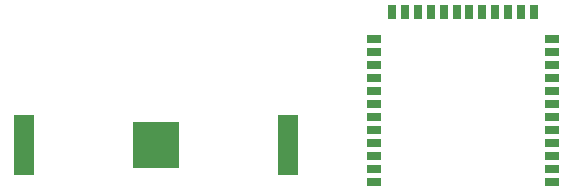
<source format=gbr>
%TF.GenerationSoftware,KiCad,Pcbnew,(6.0.4)*%
%TF.CreationDate,2022-07-15T11:27:34+02:00*%
%TF.ProjectId,kicad,6b696361-642e-46b6-9963-61645f706362,v 0.2*%
%TF.SameCoordinates,Original*%
%TF.FileFunction,Paste,Bot*%
%TF.FilePolarity,Positive*%
%FSLAX46Y46*%
G04 Gerber Fmt 4.6, Leading zero omitted, Abs format (unit mm)*
G04 Created by KiCad (PCBNEW (6.0.4)) date 2022-07-15 11:27:34*
%MOMM*%
%LPD*%
G01*
G04 APERTURE LIST*
%ADD10R,1.198880X0.698500*%
%ADD11R,0.698500X1.198880*%
%ADD12R,1.715000X5.080000*%
%ADD13R,3.960000X3.960000*%
G04 APERTURE END LIST*
D10*
%TO.C,YJT2*%
X142483840Y-124698740D03*
X142483840Y-123598920D03*
X142483840Y-122499100D03*
X142483840Y-121399280D03*
X142483840Y-120299460D03*
X142483840Y-119199640D03*
X142483840Y-118099820D03*
X142483840Y-117000000D03*
X142483840Y-115900180D03*
X142483840Y-114800360D03*
X142483840Y-113700540D03*
X142483840Y-112600720D03*
D11*
X143934180Y-110251220D03*
X145034000Y-110251220D03*
X146133820Y-110251220D03*
X147233640Y-110251220D03*
X148333460Y-110251220D03*
X149433280Y-110251220D03*
X150530560Y-110251220D03*
X151630380Y-110251220D03*
X152730200Y-110251220D03*
X153830020Y-110251220D03*
X154929840Y-110251220D03*
X156029660Y-110251220D03*
D10*
X157480000Y-112600720D03*
X157480000Y-113700540D03*
X157480000Y-114800360D03*
X157480000Y-115900180D03*
X157480000Y-117000000D03*
X157480000Y-118099820D03*
X157480000Y-119199640D03*
X157480000Y-120299460D03*
X157480000Y-121399280D03*
X157480000Y-122499100D03*
X157480000Y-123598920D03*
X157480000Y-124698740D03*
%TD*%
D12*
%TO.C,BT2*%
X135200000Y-121500000D03*
X112792500Y-121500000D03*
D13*
X124000000Y-121500000D03*
%TD*%
M02*

</source>
